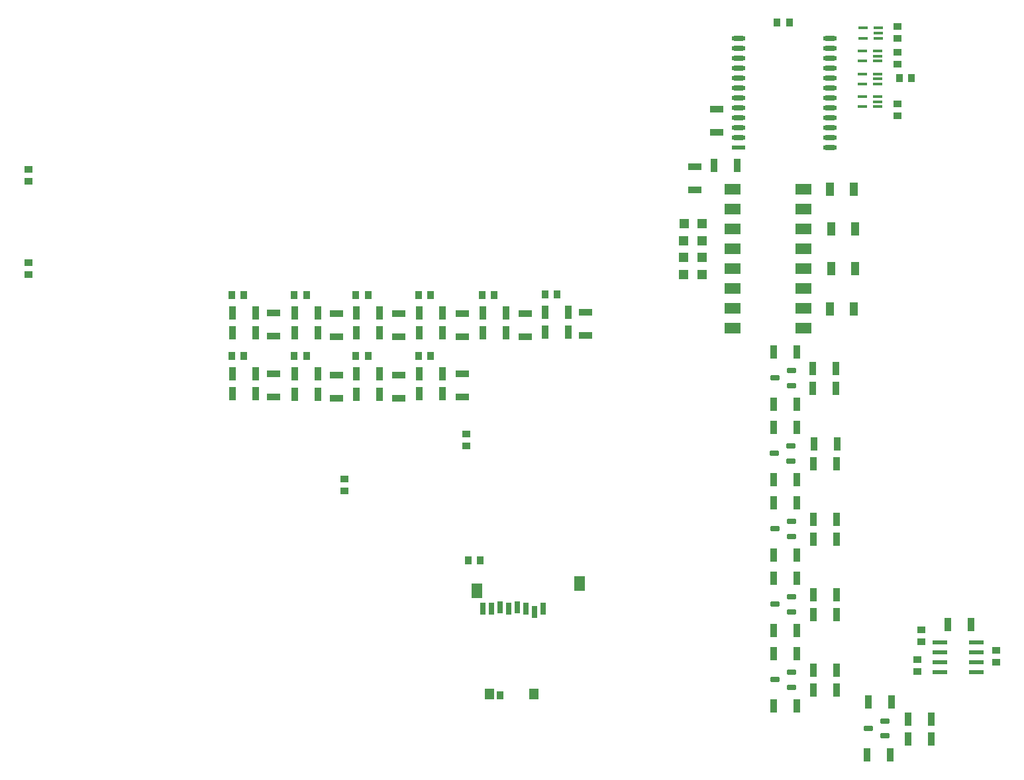
<source format=gbr>
%TF.GenerationSoftware,Altium Limited,Altium Designer,22.2.1 (43)*%
G04 Layer_Color=128*
%FSLAX44Y44*%
%MOMM*%
%TF.SameCoordinates,040CE2E0-B857-4D47-B26F-9B72162B56B4*%
%TF.FilePolarity,Positive*%
%TF.FileFunction,Paste,Bot*%
%TF.Part,Single*%
G01*
G75*
%TA.AperFunction,SMDPad,CuDef*%
%ADD16R,0.9800X0.9200*%
%ADD22R,0.9200X0.9800*%
%ADD23R,1.1500X1.1500*%
%ADD24R,1.7300X0.9700*%
%ADD26R,0.9700X1.7300*%
G04:AMPARAMS|DCode=27|XSize=1.19mm|YSize=0.4mm|CornerRadius=0.05mm|HoleSize=0mm|Usage=FLASHONLY|Rotation=0.000|XOffset=0mm|YOffset=0mm|HoleType=Round|Shape=RoundedRectangle|*
%AMROUNDEDRECTD27*
21,1,1.1900,0.3000,0,0,0.0*
21,1,1.0900,0.4000,0,0,0.0*
1,1,0.1000,0.5450,-0.1500*
1,1,0.1000,-0.5450,-0.1500*
1,1,0.1000,-0.5450,0.1500*
1,1,0.1000,0.5450,0.1500*
%
%ADD27ROUNDEDRECTD27*%
%ADD85O,1.8000X0.6000*%
%ADD86R,1.8000X0.6000*%
G04:AMPARAMS|DCode=87|XSize=1.23mm|YSize=0.6mm|CornerRadius=0.075mm|HoleSize=0mm|Usage=FLASHONLY|Rotation=180.000|XOffset=0mm|YOffset=0mm|HoleType=Round|Shape=RoundedRectangle|*
%AMROUNDEDRECTD87*
21,1,1.2300,0.4500,0,0,180.0*
21,1,1.0800,0.6000,0,0,180.0*
1,1,0.1500,-0.5400,0.2250*
1,1,0.1500,0.5400,0.2250*
1,1,0.1500,0.5400,-0.2250*
1,1,0.1500,-0.5400,-0.2250*
%
%ADD87ROUNDEDRECTD87*%
%ADD88R,2.0900X1.3900*%
%ADD89R,1.9812X0.5588*%
%ADD90R,1.0600X1.8200*%
%ADD91R,0.8000X1.5000*%
%ADD92R,1.4000X1.9000*%
%ADD93R,1.3000X1.4000*%
%ADD94R,0.9500X1.0000*%
D16*
X1657350Y475110D02*
D03*
Y459610D02*
D03*
X1652270Y421510D02*
D03*
Y437010D02*
D03*
X1752600Y432940D02*
D03*
Y448440D02*
D03*
X1075690Y709800D02*
D03*
Y725300D02*
D03*
X515620Y945010D02*
D03*
Y929510D02*
D03*
Y1064390D02*
D03*
Y1048890D02*
D03*
X1626870Y1247270D02*
D03*
Y1231770D02*
D03*
Y1214250D02*
D03*
Y1198750D02*
D03*
Y1132710D02*
D03*
Y1148210D02*
D03*
X919480Y652650D02*
D03*
Y668150D02*
D03*
D22*
X1078100Y563880D02*
D03*
X1093600D02*
D03*
X1488570Y1252220D02*
D03*
X1473070D02*
D03*
X1629280Y1181100D02*
D03*
X1644780D02*
D03*
X1176020Y904240D02*
D03*
X1191520D02*
D03*
X1095880Y902970D02*
D03*
X1111380D02*
D03*
X1014730D02*
D03*
X1030230D02*
D03*
X934590D02*
D03*
X950090D02*
D03*
X855850D02*
D03*
X871350D02*
D03*
X775840D02*
D03*
X791340D02*
D03*
X775840Y825500D02*
D03*
X791340D02*
D03*
X855850D02*
D03*
X871350D02*
D03*
X1014730D02*
D03*
X1030230D02*
D03*
X950090D02*
D03*
X934590D02*
D03*
D23*
X1377320Y994410D02*
D03*
X1353820D02*
D03*
X1377000Y972820D02*
D03*
X1353500D02*
D03*
X1377000Y951230D02*
D03*
X1353500D02*
D03*
X1377000Y929640D02*
D03*
X1353500D02*
D03*
D24*
X1367790Y1038030D02*
D03*
Y1067630D02*
D03*
X1395730Y1111690D02*
D03*
Y1141290D02*
D03*
X1228090Y851340D02*
D03*
Y880940D02*
D03*
X1150620Y850070D02*
D03*
Y879670D02*
D03*
X1070610Y850070D02*
D03*
Y879670D02*
D03*
X989330Y850070D02*
D03*
Y879670D02*
D03*
X909320Y850070D02*
D03*
Y879670D02*
D03*
X829310Y850510D02*
D03*
Y880110D02*
D03*
Y772600D02*
D03*
Y802200D02*
D03*
X909320Y771330D02*
D03*
Y800930D02*
D03*
X989330Y771330D02*
D03*
Y800930D02*
D03*
X1070610Y772600D02*
D03*
Y802200D02*
D03*
D26*
X1518090Y808990D02*
D03*
X1547690Y808990D02*
D03*
X1518090Y783590D02*
D03*
X1547690Y783590D02*
D03*
X1519360Y519430D02*
D03*
X1548960D02*
D03*
X1519360Y494030D02*
D03*
X1548960D02*
D03*
X1519360Y590550D02*
D03*
X1548960D02*
D03*
X1519360Y615950D02*
D03*
X1548960D02*
D03*
X1519360Y687070D02*
D03*
X1548960D02*
D03*
X1519800Y712470D02*
D03*
X1549400D02*
D03*
X1468560Y444500D02*
D03*
X1498160D02*
D03*
X1519360Y422910D02*
D03*
X1548960D02*
D03*
X1519360Y397510D02*
D03*
X1548960D02*
D03*
X1589210Y382270D02*
D03*
X1618810D02*
D03*
X1587940Y314960D02*
D03*
X1617540D02*
D03*
X1640010Y335280D02*
D03*
X1669610Y335280D02*
D03*
X1640010Y360680D02*
D03*
X1669610Y360680D02*
D03*
X1468560Y377190D02*
D03*
X1498160D02*
D03*
X1468560Y570230D02*
D03*
X1498160D02*
D03*
X1468560Y666750D02*
D03*
X1498160D02*
D03*
X1015170Y880110D02*
D03*
X1044770D02*
D03*
X1720410Y481330D02*
D03*
X1690810D02*
D03*
X1498160Y541020D02*
D03*
X1468560D02*
D03*
X1498160Y473710D02*
D03*
X1468560D02*
D03*
X1498160Y637540D02*
D03*
X1468560D02*
D03*
X1498160Y734060D02*
D03*
X1468560D02*
D03*
X1498160Y830580D02*
D03*
X1468560D02*
D03*
X1498160Y763270D02*
D03*
X1468560D02*
D03*
X1392360Y1069340D02*
D03*
X1421960D02*
D03*
X806010Y880110D02*
D03*
X776410D02*
D03*
X935160Y854710D02*
D03*
X964760D02*
D03*
X1015170D02*
D03*
X1044770D02*
D03*
X1206060Y881380D02*
D03*
X1176460D02*
D03*
X1126050Y880110D02*
D03*
X1096450D02*
D03*
X964760D02*
D03*
X935160D02*
D03*
X885580D02*
D03*
X855980D02*
D03*
Y854710D02*
D03*
X885580D02*
D03*
X776410D02*
D03*
X806010D02*
D03*
X964760Y802640D02*
D03*
X935160D02*
D03*
X885580D02*
D03*
X855980D02*
D03*
X806010D02*
D03*
X776410D02*
D03*
Y777240D02*
D03*
X806010D02*
D03*
X855980Y775970D02*
D03*
X885580D02*
D03*
X935160D02*
D03*
X964760D02*
D03*
X1044770Y802640D02*
D03*
X1015170D02*
D03*
X1044770Y777240D02*
D03*
X1015170D02*
D03*
X1126050Y854710D02*
D03*
X1096450D02*
D03*
X1206060Y855980D02*
D03*
X1176460D02*
D03*
D27*
X1601884Y1244900D02*
D03*
Y1238400D02*
D03*
Y1231900D02*
D03*
X1582684D02*
D03*
Y1244900D02*
D03*
X1582124Y1157120D02*
D03*
Y1144120D02*
D03*
X1601324D02*
D03*
Y1150620D02*
D03*
Y1157120D02*
D03*
X1582124Y1186330D02*
D03*
Y1173330D02*
D03*
X1601324D02*
D03*
Y1179830D02*
D03*
Y1186330D02*
D03*
X1582124Y1215540D02*
D03*
Y1202540D02*
D03*
X1601324D02*
D03*
Y1209040D02*
D03*
Y1215540D02*
D03*
D85*
X1540510Y1092200D02*
D03*
X1423510Y1104900D02*
D03*
Y1117600D02*
D03*
Y1130300D02*
D03*
Y1143000D02*
D03*
Y1155700D02*
D03*
Y1168400D02*
D03*
Y1181100D02*
D03*
Y1193800D02*
D03*
Y1206500D02*
D03*
Y1219200D02*
D03*
Y1231900D02*
D03*
X1540510Y1104900D02*
D03*
Y1117600D02*
D03*
Y1130300D02*
D03*
Y1143000D02*
D03*
Y1155700D02*
D03*
Y1168400D02*
D03*
Y1181100D02*
D03*
Y1193800D02*
D03*
Y1206500D02*
D03*
Y1219200D02*
D03*
Y1231900D02*
D03*
D86*
X1423510Y1092200D02*
D03*
D87*
X1491500Y420449D02*
D03*
X1470300Y410949D02*
D03*
X1491500Y401449D02*
D03*
X1610880Y358219D02*
D03*
X1589680Y348719D02*
D03*
X1610880Y339219D02*
D03*
X1491420Y497968D02*
D03*
X1470220Y507468D02*
D03*
X1491420Y516968D02*
D03*
Y594488D02*
D03*
X1470220Y603988D02*
D03*
X1491420Y613489D02*
D03*
X1490590Y691008D02*
D03*
X1469390Y700508D02*
D03*
X1490590Y710008D02*
D03*
X1491060Y787529D02*
D03*
X1469860Y797029D02*
D03*
X1491060Y806529D02*
D03*
D88*
X1415860Y1038860D02*
D03*
Y1013460D02*
D03*
Y988060D02*
D03*
Y962660D02*
D03*
Y937260D02*
D03*
Y911860D02*
D03*
Y886460D02*
D03*
Y861060D02*
D03*
X1506660D02*
D03*
Y886460D02*
D03*
Y911860D02*
D03*
Y937260D02*
D03*
Y962660D02*
D03*
Y988060D02*
D03*
Y1013460D02*
D03*
Y1038860D02*
D03*
D89*
X1680614Y458470D02*
D03*
Y445770D02*
D03*
Y433070D02*
D03*
Y420370D02*
D03*
X1727858D02*
D03*
Y433070D02*
D03*
Y445770D02*
D03*
Y458470D02*
D03*
D90*
X1571030Y885190D02*
D03*
X1540470D02*
D03*
X1572300Y937260D02*
D03*
X1541740D02*
D03*
X1570990Y1038860D02*
D03*
X1540430D02*
D03*
X1572300Y988060D02*
D03*
X1541740D02*
D03*
D91*
X1096830Y501420D02*
D03*
X1107830D02*
D03*
X1118830Y503420D02*
D03*
X1129830Y501420D02*
D03*
X1140830Y503420D02*
D03*
X1151830Y501420D02*
D03*
X1162830Y497420D02*
D03*
X1173830Y501420D02*
D03*
D92*
X1088930Y524320D02*
D03*
X1220430Y534320D02*
D03*
D93*
X1104930Y392820D02*
D03*
X1161930D02*
D03*
D94*
X1118830Y390820D02*
D03*
%TF.MD5,d078c7f95ed6e2254d6bbd7cb46d98f4*%
M02*

</source>
